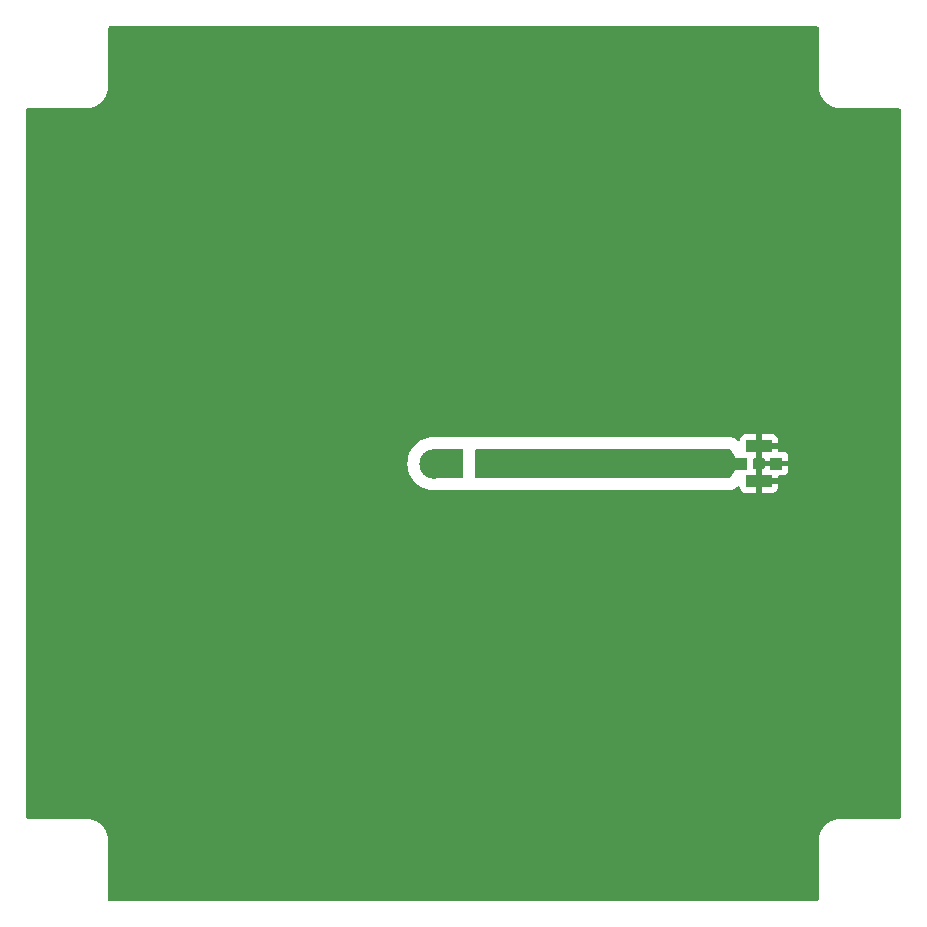
<source format=gtl>
%TF.GenerationSoftware,KiCad,Pcbnew,8.0.1*%
%TF.CreationDate,2024-07-18T17:37:02+01:00*%
%TF.ProjectId,patch-antenna-board,70617463-682d-4616-9e74-656e6e612d62,rev?*%
%TF.SameCoordinates,Original*%
%TF.FileFunction,Copper,L1,Top*%
%TF.FilePolarity,Positive*%
%FSLAX46Y46*%
G04 Gerber Fmt 4.6, Leading zero omitted, Abs format (unit mm)*
G04 Created by KiCad (PCBNEW 8.0.1) date 2024-07-18 17:37:02*
%MOMM*%
%LPD*%
G01*
G04 APERTURE LIST*
G04 Aperture macros list*
%AMRoundRect*
0 Rectangle with rounded corners*
0 $1 Rounding radius*
0 $2 $3 $4 $5 $6 $7 $8 $9 X,Y pos of 4 corners*
0 Add a 4 corners polygon primitive as box body*
4,1,4,$2,$3,$4,$5,$6,$7,$8,$9,$2,$3,0*
0 Add four circle primitives for the rounded corners*
1,1,$1+$1,$2,$3*
1,1,$1+$1,$4,$5*
1,1,$1+$1,$6,$7*
1,1,$1+$1,$8,$9*
0 Add four rect primitives between the rounded corners*
20,1,$1+$1,$2,$3,$4,$5,0*
20,1,$1+$1,$4,$5,$6,$7,0*
20,1,$1+$1,$6,$7,$8,$9,0*
20,1,$1+$1,$8,$9,$2,$3,0*%
G04 Aperture macros list end*
%TA.AperFunction,SMDPad,CuDef*%
%ADD10RoundRect,0.224390X0.475610X-0.235610X0.475610X0.235610X-0.475610X0.235610X-0.475610X-0.235610X0*%
%TD*%
%TA.AperFunction,SMDPad,CuDef*%
%ADD11RoundRect,0.224390X-0.235610X-0.475610X0.235610X-0.475610X0.235610X0.475610X-0.235610X0.475610X0*%
%TD*%
%TA.AperFunction,SMDPad,CuDef*%
%ADD12R,1.000000X1.000000*%
%TD*%
%TA.AperFunction,SMDPad,CuDef*%
%ADD13R,2.200000X1.050000*%
%TD*%
%TA.AperFunction,ComponentPad*%
%ADD14C,1.600000*%
%TD*%
%TA.AperFunction,SMDPad,CuDef*%
%ADD15C,2.500000*%
%TD*%
%TA.AperFunction,ComponentPad*%
%ADD16C,3.600000*%
%TD*%
%TA.AperFunction,ViaPad*%
%ADD17C,0.704800*%
%TD*%
G04 APERTURE END LIST*
D10*
%TO.P,R3,2*%
%TO.N,0V*%
X104000000Y-97287500D03*
%TO.P,R3,1*%
%TO.N,/MATCH*%
X104000000Y-99212500D03*
%TD*%
%TO.P,R2,2*%
%TO.N,/MATCH*%
X104000000Y-100787500D03*
%TO.P,R2,1*%
%TO.N,0V*%
X104000000Y-102712500D03*
%TD*%
D11*
%TO.P,R1,1*%
%TO.N,/ANT*%
X99537500Y-100000000D03*
%TO.P,R1,2*%
%TO.N,/MATCH*%
X101462500Y-100000000D03*
%TD*%
D12*
%TO.P,J1,1,In*%
%TO.N,/MATCH*%
X123500000Y-100000000D03*
D13*
%TO.P,J1,2,Ext*%
%TO.N,0V*%
X125000000Y-98525000D03*
D12*
X126500000Y-100000000D03*
D13*
X125000000Y-101475000D03*
%TD*%
D14*
%TO.P,ANT1,1,A*%
%TO.N,/ANT*%
X97500000Y-100000000D03*
D15*
X97500000Y-100000000D03*
%TD*%
D16*
%TO.P,H1,1,1*%
%TO.N,0V*%
X70000000Y-125000000D03*
%TD*%
%TO.P,H2,1,1*%
%TO.N,0V*%
X70000000Y-75000000D03*
%TD*%
%TO.P,H3,1,1*%
%TO.N,0V*%
X130000000Y-75000000D03*
%TD*%
%TO.P,H4,1,1*%
%TO.N,0V*%
X130000000Y-125000000D03*
%TD*%
D17*
%TO.N,0V*%
X103750000Y-104000000D03*
X104000000Y-96000000D03*
X123500000Y-97000000D03*
X121500000Y-97000000D03*
X119500000Y-97000000D03*
X117500000Y-97000000D03*
X115500000Y-97000000D03*
X113500000Y-97000000D03*
X111250000Y-97000000D03*
X109500000Y-97000000D03*
X107500000Y-97000000D03*
X105500000Y-97000000D03*
X123500000Y-103000000D03*
X121500000Y-103000000D03*
X119500000Y-103000000D03*
X117500000Y-103000000D03*
X115500000Y-103000000D03*
X113500000Y-103000000D03*
X111500000Y-103000000D03*
X109500000Y-103000000D03*
X107500000Y-103000000D03*
X105500000Y-103000000D03*
X134000000Y-77000000D03*
X134000000Y-80000000D03*
X134000000Y-84000000D03*
X134000000Y-88000000D03*
X134000000Y-92000000D03*
X134000000Y-96000000D03*
X134000000Y-100000000D03*
X134000000Y-104000000D03*
X134000000Y-108000000D03*
X134000000Y-112000000D03*
X130000000Y-118000000D03*
X130000000Y-114000000D03*
X130000000Y-110000000D03*
X130000000Y-106000000D03*
X130000000Y-102000000D03*
X130000000Y-98000000D03*
X130000000Y-82000000D03*
X130000000Y-86000000D03*
X130000000Y-90000000D03*
X130000000Y-94000000D03*
X126000000Y-92000000D03*
X126000000Y-88000000D03*
X126000000Y-84000000D03*
X126000000Y-80000000D03*
X126000000Y-76000000D03*
X122000000Y-94000000D03*
X122000000Y-90000000D03*
X122000000Y-86000000D03*
X122000000Y-82000000D03*
X122000000Y-78000000D03*
X122000000Y-74000000D03*
X118000000Y-76000000D03*
X118000000Y-80000000D03*
X118000000Y-84000000D03*
X118000000Y-88000000D03*
X118000000Y-92000000D03*
X118000000Y-95000000D03*
X126000000Y-104000000D03*
X126000000Y-108000000D03*
X122000000Y-106000000D03*
X118000000Y-105000000D03*
X118000000Y-108000000D03*
X118000000Y-112000000D03*
X114000000Y-110000000D03*
X114000000Y-106000000D03*
X110000000Y-105000000D03*
X110000000Y-108000000D03*
X110000000Y-112000000D03*
X106000000Y-106000000D03*
X102000000Y-108000000D03*
X114000000Y-126000000D03*
X86000000Y-68000000D03*
X122000000Y-134000000D03*
X82000000Y-74000000D03*
X64000000Y-87000000D03*
X134000000Y-116000000D03*
X86000000Y-72000000D03*
X96000000Y-136000000D03*
X136000000Y-93000000D03*
X136000000Y-114000000D03*
X102000000Y-136000000D03*
X64000000Y-90000000D03*
X126000000Y-120000000D03*
X64000000Y-78000000D03*
X90000000Y-134000000D03*
X136000000Y-87000000D03*
X102000000Y-76000000D03*
X110000000Y-72000000D03*
X78000000Y-80000000D03*
X74000000Y-118000000D03*
X136000000Y-111000000D03*
X90000000Y-74000000D03*
X64000000Y-96000000D03*
X106000000Y-78000000D03*
X122000000Y-126000000D03*
X66000000Y-90000000D03*
X102000000Y-124000000D03*
X136000000Y-105000000D03*
X106000000Y-110000000D03*
X122000000Y-70000000D03*
X70000000Y-88000000D03*
X86000000Y-132000000D03*
X64000000Y-120000000D03*
X64000000Y-105000000D03*
X72000000Y-136000000D03*
X105000000Y-136000000D03*
X126000000Y-132000000D03*
X110000000Y-124000000D03*
X126000000Y-116000000D03*
X66000000Y-106000000D03*
X136000000Y-117000000D03*
X78000000Y-68000000D03*
X90000000Y-136000000D03*
X120000000Y-64000000D03*
X106000000Y-90000000D03*
X66000000Y-94000000D03*
X102000000Y-80000000D03*
X97200000Y-103000000D03*
X78000000Y-112000000D03*
X86000000Y-88000000D03*
X70000000Y-104000000D03*
X64000000Y-99000000D03*
X90000000Y-78000000D03*
X134000000Y-124000000D03*
X106000000Y-66000000D03*
X64000000Y-81000000D03*
X86000000Y-84000000D03*
X102000000Y-120000000D03*
X82000000Y-134000000D03*
X74000000Y-126000000D03*
X84000000Y-136000000D03*
X126000000Y-64000000D03*
X98000000Y-126000000D03*
X70000000Y-96000000D03*
X86000000Y-116000000D03*
X118000000Y-116000000D03*
X98000000Y-74000000D03*
X94000000Y-72000000D03*
X136000000Y-78000000D03*
X82000000Y-78000000D03*
X95250000Y-98000000D03*
X117000000Y-64000000D03*
X94000000Y-88000000D03*
X114000000Y-94000000D03*
X90000000Y-102000000D03*
X101800000Y-103500000D03*
X66000000Y-82000000D03*
X102000000Y-72000000D03*
X64000000Y-102000000D03*
X82000000Y-118000000D03*
X86000000Y-120000000D03*
X114000000Y-74000000D03*
X114000000Y-118000000D03*
X136000000Y-120000000D03*
X99000000Y-64000000D03*
X94000000Y-116000000D03*
X106000000Y-126000000D03*
X74000000Y-74000000D03*
X82000000Y-102000000D03*
X110000000Y-92000000D03*
X66000000Y-98000000D03*
X78000000Y-104000000D03*
X86000000Y-80000000D03*
X106000000Y-118000000D03*
X98000000Y-94000000D03*
X74000000Y-110000000D03*
X110000000Y-80000000D03*
X110000000Y-84000000D03*
X98000000Y-134000000D03*
X70000000Y-100000000D03*
X102000000Y-132000000D03*
X136000000Y-96000000D03*
X98000000Y-122000000D03*
X98000000Y-130000000D03*
X129000000Y-64000000D03*
X74000000Y-134000000D03*
X136000000Y-126000000D03*
X114000000Y-70000000D03*
X78000000Y-108000000D03*
X66000000Y-71000000D03*
X70000000Y-116000000D03*
X136000000Y-84000000D03*
X118000000Y-120000000D03*
X86000000Y-96000000D03*
X74000000Y-70000000D03*
X74000000Y-90000000D03*
X94000000Y-128000000D03*
X110000000Y-95000000D03*
X106000000Y-130000000D03*
X87000000Y-64000000D03*
X86000000Y-100000000D03*
X64000000Y-108000000D03*
X114000000Y-134000000D03*
X106000000Y-82000000D03*
X64000000Y-123000000D03*
X126000000Y-128000000D03*
X86000000Y-92000000D03*
X129000000Y-133500000D03*
X66000000Y-78000000D03*
X106000000Y-94000000D03*
X70750000Y-69500000D03*
X86000000Y-104000000D03*
X82000000Y-94000000D03*
X70000000Y-120000000D03*
X98700000Y-103500000D03*
X136000000Y-81000000D03*
X134000000Y-120000000D03*
X114000000Y-82000000D03*
X90000000Y-86000000D03*
X136000000Y-75000000D03*
X110000000Y-88000000D03*
X78000000Y-64000000D03*
X75000000Y-64000000D03*
X136000000Y-72000000D03*
X86000000Y-108000000D03*
X136000000Y-90000000D03*
X93000000Y-136000000D03*
X82000000Y-82000000D03*
X66000000Y-126000000D03*
X111000000Y-64000000D03*
X90000000Y-114000000D03*
X74000000Y-102000000D03*
X94000000Y-108000000D03*
X94000000Y-84000000D03*
X66000000Y-122000000D03*
X102000000Y-88000000D03*
X82000000Y-70000000D03*
X66000000Y-110000000D03*
X78000000Y-92000000D03*
X78000000Y-124000000D03*
X78000000Y-76000000D03*
X64000000Y-111000000D03*
X98000000Y-86000000D03*
X90000000Y-82000000D03*
X75000000Y-136000000D03*
X98000000Y-106000000D03*
X64000000Y-117000000D03*
X136000000Y-99000000D03*
X82000000Y-98000000D03*
X97300000Y-97000000D03*
X90000000Y-110000000D03*
X64000000Y-93000000D03*
X99000000Y-136000000D03*
X71000000Y-66750000D03*
X86000000Y-112000000D03*
X132000000Y-71000000D03*
X70000000Y-92000000D03*
X74000000Y-130000000D03*
X98000000Y-70000000D03*
X102000000Y-96500000D03*
X118000000Y-132000000D03*
X94000000Y-104000000D03*
X126000000Y-124000000D03*
X90000000Y-106000000D03*
X90000000Y-98000000D03*
X122000000Y-66000000D03*
X102000000Y-64000000D03*
X110000000Y-128000000D03*
X98000000Y-118000000D03*
X110000000Y-76000000D03*
X82000000Y-90000000D03*
X82000000Y-130000000D03*
X136000000Y-129000000D03*
X82000000Y-114000000D03*
X70000000Y-84000000D03*
X90000000Y-118000000D03*
X98000000Y-66000000D03*
X98000000Y-114000000D03*
X123000000Y-136000000D03*
X98000000Y-90000000D03*
X102000000Y-112000000D03*
X110000000Y-68000000D03*
X114000000Y-122000000D03*
X94000000Y-76000000D03*
X114000000Y-136000000D03*
X78000000Y-84000000D03*
X70000000Y-112000000D03*
X118000000Y-128000000D03*
X64000000Y-72000000D03*
X90000000Y-66000000D03*
X129000000Y-67500000D03*
X66000000Y-86000000D03*
X122000000Y-110000000D03*
X114000000Y-64000000D03*
X70000000Y-80000000D03*
X122000000Y-122000000D03*
X126000000Y-72000000D03*
X90000000Y-122000000D03*
X106000000Y-70000000D03*
X126000000Y-136000000D03*
X78000000Y-116000000D03*
X129000000Y-130500000D03*
X132000000Y-129000000D03*
X66000000Y-74000000D03*
X114000000Y-130000000D03*
X90000000Y-126000000D03*
X114000000Y-66000000D03*
X64000000Y-126000000D03*
X105000000Y-64000000D03*
X78000000Y-120000000D03*
X96000000Y-64000000D03*
X122000000Y-114000000D03*
X64000000Y-84000000D03*
X114000000Y-86000000D03*
X98000000Y-82000000D03*
X66000000Y-114000000D03*
X86000000Y-128000000D03*
X90000000Y-70000000D03*
X136000000Y-123000000D03*
X136000000Y-102000000D03*
X84000000Y-64000000D03*
X106000000Y-122000000D03*
X78000000Y-88000000D03*
X81000000Y-136000000D03*
X64000000Y-75000000D03*
X71000000Y-130500000D03*
X93000000Y-64000000D03*
X106000000Y-74000000D03*
X102000000Y-84000000D03*
X64000000Y-114000000D03*
X100250000Y-96700000D03*
X78000000Y-72000000D03*
X94000000Y-120000000D03*
X86000000Y-76000000D03*
X122000000Y-130000000D03*
X118000000Y-124000000D03*
X94000000Y-68000000D03*
X122000000Y-118000000D03*
X74000000Y-78000000D03*
X98000000Y-110000000D03*
X78000000Y-100000000D03*
X102000000Y-92000000D03*
X82000000Y-122000000D03*
X82000000Y-86000000D03*
X66000000Y-102000000D03*
X94000000Y-132000000D03*
X90000000Y-64000000D03*
X126000000Y-112000000D03*
X110000000Y-116000000D03*
X74000000Y-86000000D03*
X108000000Y-136000000D03*
X100100000Y-103600000D03*
X118000000Y-68000000D03*
X102000000Y-116000000D03*
X94000000Y-112000000D03*
X106000000Y-114000000D03*
X70000000Y-108000000D03*
X108000000Y-64000000D03*
X78000000Y-132000000D03*
X123000000Y-64000000D03*
X94500000Y-100000000D03*
X82000000Y-66000000D03*
X110000000Y-132000000D03*
X117000000Y-136000000D03*
X82000000Y-126000000D03*
X87000000Y-136000000D03*
X90000000Y-130000000D03*
X94000000Y-80000000D03*
X98000000Y-78000000D03*
X64000000Y-129000000D03*
X106000000Y-86000000D03*
X69000000Y-71000000D03*
X94000000Y-124000000D03*
X94000000Y-96000000D03*
X95250000Y-102000000D03*
X74000000Y-122000000D03*
X71000000Y-133500000D03*
X120000000Y-136000000D03*
X102000000Y-128000000D03*
X134000000Y-128000000D03*
X114000000Y-78000000D03*
X86000000Y-124000000D03*
X74000000Y-94000000D03*
X129750000Y-69750000D03*
X78000000Y-128000000D03*
X74000000Y-82000000D03*
X114000000Y-114000000D03*
X81000000Y-64000000D03*
X98800000Y-96700000D03*
X82000000Y-110000000D03*
X74000000Y-98000000D03*
X78000000Y-136000000D03*
X90000000Y-90000000D03*
X118000000Y-72000000D03*
X74000000Y-106000000D03*
X66000000Y-118000000D03*
X74000000Y-114000000D03*
X126000000Y-68000000D03*
X94000000Y-92000000D03*
X135000000Y-71000000D03*
X110000000Y-120000000D03*
X106000000Y-134000000D03*
X82000000Y-106000000D03*
X111000000Y-136000000D03*
X90000000Y-94000000D03*
X129000000Y-136000000D03*
X72000000Y-64000000D03*
X102000000Y-68000000D03*
X78000000Y-96000000D03*
X136000000Y-108000000D03*
X114000000Y-90000000D03*
X134000000Y-74000000D03*
X67500000Y-129000000D03*
%TD*%
%TA.AperFunction,Conductor*%
%TO.N,0V*%
G36*
X130013039Y-62999685D02*
G01*
X130058794Y-63052489D01*
X130070000Y-63104000D01*
X130070000Y-67929283D01*
X130069991Y-67930757D01*
X130068286Y-68074087D01*
X130102264Y-68360219D01*
X130178140Y-68638196D01*
X130294244Y-68901910D01*
X130448036Y-69145585D01*
X130636134Y-69363865D01*
X130824233Y-69525955D01*
X130854415Y-69551964D01*
X131098087Y-69705754D01*
X131361804Y-69821860D01*
X131639780Y-69897735D01*
X131925914Y-69931713D01*
X132069243Y-69930009D01*
X132070717Y-69930000D01*
X136896000Y-69930000D01*
X136963039Y-69949685D01*
X137008794Y-70002489D01*
X137020000Y-70054000D01*
X137020000Y-129946000D01*
X137000315Y-130013039D01*
X136947511Y-130058794D01*
X136896000Y-130070000D01*
X132070717Y-130070000D01*
X132069243Y-130069991D01*
X131925912Y-130068286D01*
X131639780Y-130102264D01*
X131361803Y-130178140D01*
X131098089Y-130294244D01*
X130854414Y-130448036D01*
X130636134Y-130636134D01*
X130448036Y-130854414D01*
X130294244Y-131098089D01*
X130178140Y-131361803D01*
X130102264Y-131639780D01*
X130068286Y-131925912D01*
X130069991Y-132069242D01*
X130070000Y-132070716D01*
X130070000Y-136896000D01*
X130050315Y-136963039D01*
X129997511Y-137008794D01*
X129946000Y-137020000D01*
X70054000Y-137020000D01*
X69986961Y-137000315D01*
X69941206Y-136947511D01*
X69930000Y-136896000D01*
X69930000Y-132070716D01*
X69930009Y-132069242D01*
X69931713Y-131925912D01*
X69897735Y-131639780D01*
X69821860Y-131361804D01*
X69705754Y-131098087D01*
X69551964Y-130854415D01*
X69525955Y-130824233D01*
X69363865Y-130636134D01*
X69145585Y-130448036D01*
X68901910Y-130294244D01*
X68638196Y-130178140D01*
X68360219Y-130102264D01*
X68074083Y-130068286D01*
X67930757Y-130069991D01*
X67929283Y-130070000D01*
X63104000Y-130070000D01*
X63036961Y-130050315D01*
X62991206Y-129997511D01*
X62980000Y-129946000D01*
X62980000Y-100000007D01*
X95244671Y-100000007D01*
X95263964Y-100294363D01*
X95263965Y-100294373D01*
X95263966Y-100294380D01*
X95263968Y-100294390D01*
X95321518Y-100583716D01*
X95321521Y-100583730D01*
X95416349Y-100863080D01*
X95546825Y-101127660D01*
X95546829Y-101127667D01*
X95710725Y-101372955D01*
X95905241Y-101594758D01*
X96127044Y-101789274D01*
X96344715Y-101934717D01*
X96372335Y-101953172D01*
X96636923Y-102083652D01*
X96916278Y-102178481D01*
X97205620Y-102236034D01*
X97233888Y-102237886D01*
X97499993Y-102255329D01*
X97500000Y-102255329D01*
X97500006Y-102255329D01*
X97571600Y-102250636D01*
X97577245Y-102250265D01*
X97585355Y-102250000D01*
X101063624Y-102250000D01*
X101076169Y-102250636D01*
X101123999Y-102255500D01*
X101124000Y-102255500D01*
X122440410Y-102255500D01*
X122540470Y-102247354D01*
X122603013Y-102242264D01*
X122642591Y-102235778D01*
X122684755Y-102227941D01*
X122878727Y-102166569D01*
X123056374Y-102067407D01*
X123113624Y-102027355D01*
X123179880Y-101976786D01*
X123187745Y-101968772D01*
X123248750Y-101934717D01*
X123318486Y-101939050D01*
X123374808Y-101980397D01*
X123399421Y-102044548D01*
X123399644Y-102044525D01*
X123399734Y-102045364D01*
X123399836Y-102045630D01*
X123399958Y-102047446D01*
X123406401Y-102107372D01*
X123406403Y-102107379D01*
X123456645Y-102242086D01*
X123456649Y-102242093D01*
X123542809Y-102357187D01*
X123542812Y-102357190D01*
X123657906Y-102443350D01*
X123657913Y-102443354D01*
X123792620Y-102493596D01*
X123792627Y-102493598D01*
X123852155Y-102499999D01*
X123852172Y-102500000D01*
X124750000Y-102500000D01*
X124750000Y-101725000D01*
X125250000Y-101725000D01*
X125250000Y-102500000D01*
X126147828Y-102500000D01*
X126147844Y-102499999D01*
X126207372Y-102493598D01*
X126207379Y-102493596D01*
X126342086Y-102443354D01*
X126342093Y-102443350D01*
X126457187Y-102357190D01*
X126457190Y-102357187D01*
X126543350Y-102242093D01*
X126543354Y-102242086D01*
X126593596Y-102107379D01*
X126593598Y-102107372D01*
X126599999Y-102047844D01*
X126600000Y-102047827D01*
X126600000Y-101725000D01*
X125250000Y-101725000D01*
X124750000Y-101725000D01*
X124750000Y-101225000D01*
X125250000Y-101225000D01*
X126600000Y-101225000D01*
X126600000Y-101124000D01*
X126619685Y-101056961D01*
X126672489Y-101011206D01*
X126724000Y-101000000D01*
X127047828Y-101000000D01*
X127047844Y-100999999D01*
X127107372Y-100993598D01*
X127107379Y-100993596D01*
X127242086Y-100943354D01*
X127242093Y-100943350D01*
X127357187Y-100857190D01*
X127357190Y-100857187D01*
X127443350Y-100742093D01*
X127443354Y-100742086D01*
X127493596Y-100607379D01*
X127493598Y-100607372D01*
X127499999Y-100547844D01*
X127500000Y-100547827D01*
X127500000Y-100250000D01*
X125500000Y-100250000D01*
X125500000Y-100326000D01*
X125480315Y-100393039D01*
X125427511Y-100438794D01*
X125376000Y-100450000D01*
X125250000Y-100450000D01*
X125250000Y-101225000D01*
X124750000Y-101225000D01*
X124750000Y-100450000D01*
X124624500Y-100450000D01*
X124557461Y-100430315D01*
X124511706Y-100377511D01*
X124500500Y-100326000D01*
X124500499Y-99674000D01*
X124520183Y-99606961D01*
X124572987Y-99561206D01*
X124624499Y-99550000D01*
X124750000Y-99550000D01*
X124750000Y-98775000D01*
X125250000Y-98775000D01*
X125250000Y-99550000D01*
X125376000Y-99550000D01*
X125443039Y-99569685D01*
X125488794Y-99622489D01*
X125500000Y-99674000D01*
X125500000Y-99750000D01*
X127500000Y-99750000D01*
X127500000Y-99452172D01*
X127499999Y-99452155D01*
X127493598Y-99392627D01*
X127493596Y-99392620D01*
X127443354Y-99257913D01*
X127443350Y-99257906D01*
X127357190Y-99142812D01*
X127357187Y-99142809D01*
X127242093Y-99056649D01*
X127242086Y-99056645D01*
X127107379Y-99006403D01*
X127107372Y-99006401D01*
X127047844Y-99000000D01*
X126724000Y-99000000D01*
X126656961Y-98980315D01*
X126611206Y-98927511D01*
X126600000Y-98876000D01*
X126600000Y-98775000D01*
X125250000Y-98775000D01*
X124750000Y-98775000D01*
X124750000Y-97500000D01*
X125250000Y-97500000D01*
X125250000Y-98275000D01*
X126600000Y-98275000D01*
X126600000Y-97952172D01*
X126599999Y-97952155D01*
X126593598Y-97892627D01*
X126593596Y-97892620D01*
X126543354Y-97757913D01*
X126543350Y-97757906D01*
X126457190Y-97642812D01*
X126457187Y-97642809D01*
X126342093Y-97556649D01*
X126342086Y-97556645D01*
X126207379Y-97506403D01*
X126207372Y-97506401D01*
X126147844Y-97500000D01*
X125250000Y-97500000D01*
X124750000Y-97500000D01*
X123852155Y-97500000D01*
X123792627Y-97506401D01*
X123792620Y-97506403D01*
X123657913Y-97556645D01*
X123657906Y-97556649D01*
X123542812Y-97642809D01*
X123542809Y-97642812D01*
X123456649Y-97757906D01*
X123456645Y-97757913D01*
X123406403Y-97892620D01*
X123406401Y-97892626D01*
X123399651Y-97955405D01*
X123372912Y-98019955D01*
X123315519Y-98059802D01*
X123245693Y-98062295D01*
X123193337Y-98034248D01*
X123180679Y-98022838D01*
X123148234Y-97994821D01*
X123084486Y-97952172D01*
X122979140Y-97881693D01*
X122979133Y-97881690D01*
X122790730Y-97804916D01*
X122790724Y-97804914D01*
X122723695Y-97785233D01*
X122723697Y-97785233D01*
X122723692Y-97785232D01*
X122642808Y-97765083D01*
X122642804Y-97765082D01*
X122642805Y-97765082D01*
X122440403Y-97744500D01*
X122440402Y-97744500D01*
X101124000Y-97744500D01*
X101123347Y-97744503D01*
X101112420Y-97744566D01*
X101112406Y-97744567D01*
X101071441Y-97749211D01*
X101057475Y-97750000D01*
X97585355Y-97750000D01*
X97577245Y-97749734D01*
X97569014Y-97749194D01*
X97500006Y-97744671D01*
X97499993Y-97744671D01*
X97205636Y-97763964D01*
X97205624Y-97763965D01*
X97205620Y-97763966D01*
X97205612Y-97763967D01*
X97205609Y-97763968D01*
X96916283Y-97821518D01*
X96916269Y-97821521D01*
X96636919Y-97916349D01*
X96372334Y-98046828D01*
X96127041Y-98210728D01*
X95905241Y-98405241D01*
X95710728Y-98627041D01*
X95546828Y-98872334D01*
X95416349Y-99136919D01*
X95321521Y-99416269D01*
X95321518Y-99416283D01*
X95263968Y-99705609D01*
X95263964Y-99705636D01*
X95244671Y-99999992D01*
X95244671Y-100000007D01*
X62980000Y-100000007D01*
X62980000Y-70054000D01*
X62999685Y-69986961D01*
X63052489Y-69941206D01*
X63104000Y-69930000D01*
X67929283Y-69930000D01*
X67930757Y-69930009D01*
X68074086Y-69931713D01*
X68074086Y-69931712D01*
X68074087Y-69931713D01*
X68217153Y-69914724D01*
X68360220Y-69897735D01*
X68638196Y-69821860D01*
X68901913Y-69705754D01*
X69145585Y-69551964D01*
X69363865Y-69363865D01*
X69551964Y-69145585D01*
X69705754Y-68901913D01*
X69821860Y-68638196D01*
X69897735Y-68360220D01*
X69931713Y-68074086D01*
X69930009Y-67930757D01*
X69930000Y-67929283D01*
X69930000Y-63104000D01*
X69949685Y-63036961D01*
X70002489Y-62991206D01*
X70054000Y-62980000D01*
X129946000Y-62980000D01*
X130013039Y-62999685D01*
G37*
%TD.AperFunction*%
%TD*%
%TA.AperFunction,Conductor*%
%TO.N,/ANT*%
G36*
X99943039Y-98769685D02*
G01*
X99988794Y-98822489D01*
X100000000Y-98874000D01*
X100000000Y-101126000D01*
X99980315Y-101193039D01*
X99927511Y-101238794D01*
X99876000Y-101250000D01*
X97624000Y-101250000D01*
X97556961Y-101230315D01*
X97511206Y-101177511D01*
X97500000Y-101126000D01*
X97500000Y-98874000D01*
X97519685Y-98806961D01*
X97572489Y-98761206D01*
X97624000Y-98750000D01*
X99876000Y-98750000D01*
X99943039Y-98769685D01*
G37*
%TD.AperFunction*%
%TD*%
%TA.AperFunction,Conductor*%
%TO.N,/MATCH*%
G36*
X122507441Y-98769685D02*
G01*
X122537230Y-98796538D01*
X122910261Y-99262826D01*
X122932649Y-99306176D01*
X122966091Y-99423049D01*
X123060302Y-99603407D01*
X123060304Y-99603409D01*
X123188890Y-99761109D01*
X123346589Y-99889695D01*
X123346593Y-99889698D01*
X123347342Y-99890089D01*
X123347678Y-99890413D01*
X123351842Y-99893157D01*
X123351330Y-99893932D01*
X123397649Y-99938571D01*
X123413760Y-100006558D01*
X123390557Y-100072462D01*
X123351498Y-100106313D01*
X123351845Y-100106840D01*
X123347861Y-100109465D01*
X123347360Y-100109900D01*
X123346598Y-100110298D01*
X123346597Y-100110298D01*
X123188890Y-100238890D01*
X123060304Y-100396590D01*
X122966088Y-100576956D01*
X122932648Y-100693823D01*
X122910261Y-100737172D01*
X122537230Y-101203462D01*
X122479980Y-101243514D01*
X122440402Y-101250000D01*
X101124000Y-101250000D01*
X101056961Y-101230315D01*
X101011206Y-101177511D01*
X101000000Y-101126000D01*
X101000000Y-98874000D01*
X101019685Y-98806961D01*
X101072489Y-98761206D01*
X101124000Y-98750000D01*
X122440402Y-98750000D01*
X122507441Y-98769685D01*
G37*
%TD.AperFunction*%
%TD*%
M02*

</source>
